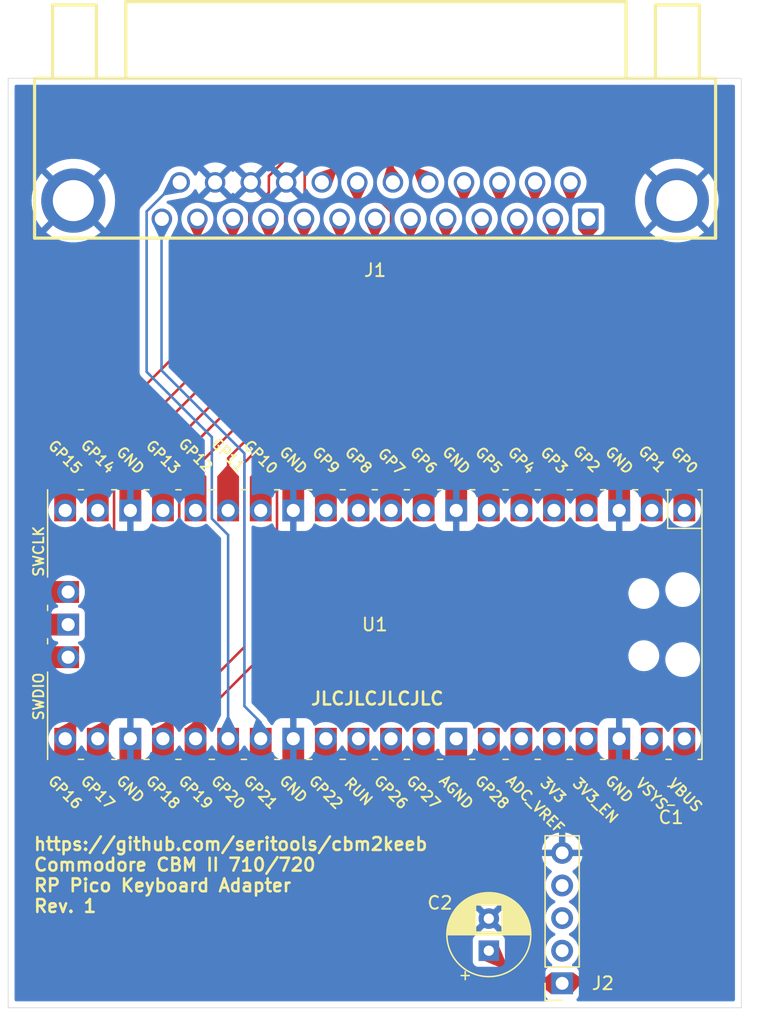
<source format=kicad_pcb>
(kicad_pcb (version 20240108) (generator "pcbnew") (generator_version "8.0")
  (layers (0 "F.Cu" signal) (31 "B.Cu" signal) (34 "B.Paste" user) (35 "F.Paste" user) (36 "B.SilkS" user "B.Silkscreen") (37 "F.SilkS" user "F.Silkscreen") (38 "B.Mask" user) (39 "F.Mask" user) (44 "Edge.Cuts" user))
  (net 0 "")
  (net 1 "/PC3")
  (net 3 "/PA7")
  (net 4 "/PA0")
  (net 5 "/PA5")
  (net 6 "/PA3")
  (net 7 "GND")
  (net 9 "/PC2")
  (net 11 "/PB1")
  (net 12 "/PA2")
  (net 14 "/PB2")
  (net 15 "/PC0")
  (net 18 "/PB3")
  (net 20 "/PB6")
  (net 21 "/PC1")
  (net 22 "/PA4")
  (net 23 "/PA6")
  (net 25 "/PC4")
  (net 26 "/PB5")
  (net 27 "/PB0")
  (net 28 "/PB7")
  (net 29 "/PC5")
  (net 33 "/PA1")
  (net 35 "/PB4")
  (net 37 "Net-(J2-Pin_1)")
  (footprint "Capacitor_SMD:C_0805_2012Metric_Pad1.18x1.45mm_HandSolder" (layer "F.Cu") (at 165.9675 115.57 180)
    (property "Reference" "C1" (at 0 -1.68 0) (layer "F.SilkS"))
    (property "Value" "100n")
    (fp_line (start -0.261252 0.735) (end 0.261252 0.735) (stroke (width 0.12)) (layer "F.SilkS"))
    (fp_line (start -0.261252 -0.735) (end 0.261252 -0.735) (stroke (width 0.12)) (layer "F.SilkS"))
    (pad "1" smd roundrect (at -1.0375 0 180) (size 1.175 1.45) (layers "F.Cu" "F.Paste" "F.Mask") (roundrect_rratio 0.212766) (net 37 "Net-(J2-Pin_1)"))
    (pad "2" smd roundrect (at 1.0375 0 180) (size 1.175 1.45) (layers "F.Cu" "F.Paste" "F.Mask") (roundrect_rratio 0.212766) (net 7 "GND"))
  )
  (footprint "RPi_Pico:RPi_Pico_SMD_TH" (layer "F.Cu") (at 142.875 102.235 -90)
    (property "Reference" "U1" (at 0 0 0) (layer "F.SilkS"))
    (property "Value" "Pico")
    (fp_line (start -3.7 25.5) (end -10.5 25.5) (stroke (width 0.12)) (layer "F.SilkS"))
    (fp_line (start -1.5 25.5) (end -1.1 25.5) (stroke (width 0.12)) (layer "F.SilkS"))
    (fp_line (start 1.1 25.5) (end 1.5 25.5) (stroke (width 0.12)) (layer "F.SilkS"))
    (fp_line (start 10.5 25.5) (end 3.7 25.5) (stroke (width 0.12)) (layer "F.SilkS"))
    (fp_line (start -10.5 22.7) (end -10.5 23.1) (stroke (width 0.12)) (layer "F.SilkS"))
    (fp_line (start 10.5 22.7) (end 10.5 23.1) (stroke (width 0.12)) (layer "F.SilkS"))
    (fp_line (start -10.5 20.1) (end -10.5 20.5) (stroke (width 0.12)) (layer "F.SilkS"))
    (fp_line (start 10.5 20.1) (end 10.5 20.5) (stroke (width 0.12)) (layer "F.SilkS"))
    (fp_line (start -10.5 17.6) (end -10.5 18) (stroke (width 0.12)) (layer "F.SilkS"))
    (fp_line (start 10.5 17.6) (end 10.5 18) (stroke (width 0.12)) (layer "F.SilkS"))
    (fp_line (start -10.5 15.1) (end -10.5 15.5) (stroke (width 0.12)) (layer "F.SilkS"))
    (fp_line (start 10.5 15.1) (end 10.5 15.5) (stroke (width 0.12)) (layer "F.SilkS"))
    (fp_line (start -10.5 12.5) (end -10.5 12.9) (stroke (width 0.12)) (layer "F.SilkS"))
    (fp_line (start 10.5 12.5) (end 10.5 12.9) (stroke (width 0.12)) (layer "F.SilkS"))
    (fp_line (start -10.5 10) (end -10.5 10.4) (stroke (width 0.12)) (layer "F.SilkS"))
    (fp_line (start 10.5 10) (end 10.5 10.4) (stroke (width 0.12)) (layer "F.SilkS"))
    (fp_line (start -10.5 7.4) (end -10.5 7.8) (stroke (width 0.12)) (layer "F.SilkS"))
    (fp_line (start 10.5 7.4) (end 10.5 7.8) (stroke (width 0.12)) (layer "F.SilkS"))
    (fp_line (start -10.5 4.9) (end -10.5 5.3) (stroke (width 0.12)) (layer "F.SilkS"))
    (fp_line (start 10.5 4.9) (end 10.5 5.3) (stroke (width 0.12)) (layer "F.SilkS"))
    (fp_line (start -10.5 2.3) (end -10.5 2.7) (stroke (width 0.12)) (layer "F.SilkS"))
    (fp_line (start 10.5 2.3) (end 10.5 2.7) (stroke (width 0.12)) (layer "F.SilkS"))
    (fp_line (start -10.5 -0.2) (end -10.5 0.2) (stroke (width 0.12)) (layer "F.SilkS"))
    (fp_line (start 10.5 -0.2) (end 10.5 0.2) (stroke (width 0.12)) (layer "F.SilkS"))
    (fp_line (start -10.5 -2.7) (end -10.5 -2.3) (stroke (width 0.12)) (layer "F.SilkS"))
    (fp_line (start 10.5 -2.7) (end 10.5 -2.3) (stroke (width 0.12)) (layer "F.SilkS"))
    (fp_line (start -10.5 -5.3) (end -10.5 -4.9) (stroke (width 0.12)) (layer "F.SilkS"))
    (fp_line (start 10.5 -5.3) (end 10.5 -4.9) (stroke (width 0.12)) (layer "F.SilkS"))
    (fp_line (start -10.5 -7.8) (end -10.5 -7.4) (stroke (width 0.12)) (layer "F.SilkS"))
    (fp_line (start 10.5 -7.8) (end 10.5 -7.4) (stroke (width 0.12)) (layer "F.SilkS"))
    (fp_line (start -10.5 -10.4) (end -10.5 -10) (stroke (width 0.12)) (layer "F.SilkS"))
    (fp_line (start 10.5 -10.4) (end 10.5 -10) (stroke (width 0.12)) (layer "F.SilkS"))
    (fp_line (start -10.5 -12.9) (end -10.5 -12.5) (stroke (width 0.12)) (layer "F.SilkS"))
    (fp_line (start 10.5 -12.9) (end 10.5 -12.5) (stroke (width 0.12)) (layer "F.SilkS"))
    (fp_line (start -10.5 -15.4) (end -10.5 -15) (stroke (width 0.12)) (layer "F.SilkS"))
    (fp_line (start 10.5 -15.4) (end 10.5 -15) (stroke (width 0.12)) (layer "F.SilkS"))
    (fp_line (start -10.5 -18) (end -10.5 -17.6) (stroke (width 0.12)) (layer "F.SilkS"))
    (fp_line (start 10.5 -18) (end 10.5 -17.6) (stroke (width 0.12)) (layer "F.SilkS"))
    (fp_line (start -10.5 -20.5) (end -10.5 -20.1) (stroke (width 0.12)) (layer "F.SilkS"))
    (fp_line (start 10.5 -20.5) (end 10.5 -20.1) (stroke (width 0.12)) (layer "F.SilkS"))
    (fp_line (start -10.5 -22.833) (end -7.493 -22.833) (stroke (width 0.12)) (layer "F.SilkS"))
    (fp_line (start -7.493 -22.833) (end -7.493 -25.5) (stroke (width 0.12)) (layer "F.SilkS"))
    (fp_line (start -10.5 -23.1) (end -10.5 -22.7) (stroke (width 0.12)) (layer "F.SilkS"))
    (fp_line (start 10.5 -23.1) (end 10.5 -22.7) (stroke (width 0.12)) (layer "F.SilkS"))
    (fp_line (start -10.5 -25.5) (end -10.5 -25.2) (stroke (width 0.12)) (layer "F.SilkS"))
    (fp_line (start -10.5 -25.5) (end 10.5 -25.5) (stroke (width 0.12)) (layer "F.SilkS"))
    (fp_line (start 10.5 -25.5) (end 10.5 -25.2) (stroke (width 0.12)) (layer "F.SilkS"))
    (fp_text user "ADC_VREF" (at 14 -12.5 135) (layer "F.SilkS") (effects (font (size 0.8 0.8))))
    (fp_text user "GND" (at -12.8 -19.05 135) (layer "F.SilkS") (effects (font (size 0.8 0.8))))
    (fp_text user "GP22" (at 13.054 3.81 135) (layer "F.SilkS") (effects (font (size 0.8 0.8))))
    (fp_text user "GP0" (at -12.8 -24.13 135) (layer "F.SilkS") (effects (font (size 0.8 0.8))))
    (fp_text user "3V3" (at 12.9 -13.9 135) (layer "F.SilkS") (effects (font (size 0.8 0.8))))
    (fp_text user "GP20" (at 13.054 11.43 135) (layer "F.SilkS") (effects (font (size 0.8 0.8))))
    (fp_text user "GP6" (at -12.8 -3.81 135) (layer "F.SilkS") (effects (font (size 0.8 0.8))))
    (fp_text user "GP4" (at -12.8 -11.43 135) (layer "F.SilkS") (effects (font (size 0.8 0.8))))
    (fp_text user "GP1" (at -12.9 -21.6 135) (layer "F.SilkS") (effects (font (size 0.8 0.8))))
    (fp_text user "AGND" (at 13.054 -6.35 135) (layer "F.SilkS") (effects (font (size 0.8 0.8))))
    (fp_text user "3V3_EN" (at 13.7 -17.2 135) (layer "F.SilkS") (effects (font (size 0.8 0.8))))
    (fp_text user "GND" (at 12.8 -19.05 135) (layer "F.SilkS") (effects (font (size 0.8 0.8))))
    (fp_text user "GP8" (at -12.8 1.27 135) (layer "F.SilkS") (effects (font (size 0.8 0.8))))
    (fp_text user "GP18" (at 13.054 16.51 135) (layer "F.SilkS") (effects (font (size 0.8 0.8))))
    (fp_text user "GP3" (at -12.8 -13.97 135) (layer "F.SilkS") (effects (font (size 0.8 0.8))))
    (fp_text user "GP28" (at 13.054 -9.144 135) (layer "F.SilkS") (effects (font (size 0.8 0.8))))
    (fp_text user "GP9" (at -12.8 3.81 135) (layer "F.SilkS") (effects (font (size 0.8 0.8))))
    (fp_text user "VBUS" (at 13.3 -24.2 135) (layer "F.SilkS") (effects (font (size 0.8 0.8))))
    (fp_text user "SWCLK" (at -5.7 26.2 90) (layer "F.SilkS") (effects (font (size 0.8 0.8))))
    (fp_text user "GP16" (at 13.054 24.13 135) (layer "F.SilkS") (effects (font (size 0.8 0.8))))
    (fp_text user "GP7" (at -12.7 -1.3 135) (layer "F.SilkS") (effects (font (size 0.8 0.8))))
    (fp_text user "GND" (at -12.8 6.35 135) (layer "F.SilkS") (effects (font (size 0.8 0.8))))
    (fp_text user "GP10" (at -13.054 8.89 135) (layer "F.SilkS") (effects (font (size 0.8 0.8))))
    (fp_text user "GND" (at -12.8 19.05 135) (layer "F.SilkS") (effects (font (size 0.8 0.8))))
    (fp_text user "GP21" (at 13.054 8.9 135) (layer "F.SilkS") (effects (font (size 0.8 0.8))))
    (fp_text user "GND" (at 12.8 19.05 135) (layer "F.SilkS") (effects (font (size 0.8 0.8))))
    (fp_text user "GP11" (at -13.2 11.43 135) (layer "F.SilkS") (effects (font (size 0.8 0.8))))
    (fp_text user "VSYS" (at 13.2 -21.59 135) (layer "F.SilkS") (effects (font (size 0.8 0.8))))
    (fp_text user "GP27" (at 13.054 -3.8 135) (layer "F.SilkS") (effects (font (size 0.8 0.8))))
    (fp_text user "SWDIO" (at 5.6 26.2 90) (layer "F.SilkS") (effects (font (size 0.8 0.8))))
    (fp_text user "GP12" (at -13.2 13.97 135) (layer "F.SilkS") (effects (font (size 0.8 0.8))))
    (fp_text user "GP26" (at 13.054 -1.27 135) (layer "F.SilkS") (effects (font (size 0.8 0.8))))
    (fp_text user "GP2" (at -12.9 -16.51 135) (layer "F.SilkS") (effects (font (size 0.8 0.8))))
    (fp_text user "GP13" (at -13.054 16.51 135) (layer "F.SilkS") (effects (font (size 0.8 0.8))))
    (fp_text user "GP17" (at 13.054 21.59 135) (layer "F.SilkS") (effects (font (size 0.8 0.8))))
    (fp_text user "GND" (at -12.8 -6.35 135) (layer "F.SilkS") (effects (font (size 0.8 0.8))))
    (fp_text user "RUN" (at 13 1.27 135) (layer "F.SilkS") (effects (font (size 0.8 0.8))))
    (fp_text user "GP15" (at -13.054 24.13 135) (layer "F.SilkS") (effects (font (size 0.8 0.8))))
    (fp_text user "GP5" (at -12.8 -8.89 135) (layer "F.SilkS") (effects (font (size 0.8 0.8))))
    (fp_text user "GP19" (at 13.054 13.97 135) (layer "F.SilkS") (effects (font (size 0.8 0.8))))
    (fp_text user "GND" (at 12.8 6.35 135) (layer "F.SilkS") (effects (font (size 0.8 0.8))))
    (fp_text user "GP14" (at -13.1 21.59 135) (layer "F.SilkS") (effects (font (size 0.8 0.8))))
    (pad "" np_thru_hole oval (at -2.725 -24 270) (size 1.8 1.8) (drill 1.8) (layers "*.Cu" "*.Mask"))
    (pad "" np_thru_hole oval (at -2.425 -20.97 270) (size 1.5 1.5) (drill 1.5) (layers "*.Cu" "*.Mask"))
    (pad "" np_thru_hole oval (at 2.425 -20.97 270) (size 1.5 1.5) (drill 1.5) (layers "*.Cu" "*.Mask"))
    (pad "" np_thru_hole oval (at 2.725 -24 270) (size 1.8 1.8) (drill 1.8) (layers "*.Cu" "*.Mask"))
    (pad "1" thru_hole oval (at -8.89 -24.13 270) (size 1.7 1.7) (drill 1.02) (layers "*.Cu" "*.Mask") (net 4 "/PA0"))
    (pad "1" smd rect (at -8.89 -24.13 270) (size 3.5 1.7) (drill (offset -0.9 0)) (layers "F.Cu" "F.Mask") (net 4 "/PA0"))
    (pad "2" thru_hole oval (at -8.89 -21.59 270) (size 1.7 1.7) (drill 1.02) (layers "*.Cu" "*.Mask") (net 33 "/PA1"))
    (pad "2" smd rect (at -8.89 -21.59 270) (size 3.5 1.7) (drill (offset -0.9 0)) (layers "F.Cu" "F.Mask") (net 33 "/PA1"))
    (pad "3" thru_hole rect (at -8.89 -19.05 270) (size 1.7 1.7) (drill 1.02) (layers "*.Cu" "*.Mask") (net 7 "GND"))
    (pad "3" smd rect (at -8.89 -19.05 270) (size 3.5 1.7) (drill (offset -0.9 0)) (layers "F.Cu" "F.Mask") (net 7 "GND"))
    (pad "4" thru_hole oval (at -8.89 -16.51 270) (size 1.7 1.7) (drill 1.02) (layers "*.Cu" "*.Mask") (net 12 "/PA2"))
    (pad "4" smd rect (at -8.89 -16.51 270) (size 3.5 1.7) (drill (offset -0.9 0)) (layers "F.Cu" "F.Mask") (net 12 "/PA2"))
    (pad "5" thru_hole oval (at -8.89 -13.97 270) (size 1.7 1.7) (drill 1.02) (layers "*.Cu" "*.Mask") (net 6 "/PA3"))
    (pad "5" smd rect (at -8.89 -13.97 270) (size 3.5 1.7) (drill (offset -0.9 0)) (layers "F.Cu" "F.Mask") (net 6 "/PA3"))
    (pad "6" thru_hole oval (at -8.89 -11.43 270) (size 1.7 1.7) (drill 1.02) (layers "*.Cu" "*.Mask") (net 22 "/PA4"))
    (pad "6" smd rect (at -8.89 -11.43 270) (size 3.5 1.7) (drill (offset -0.9 0)) (layers "F.Cu" "F.Mask") (net 22 "/PA4"))
    (pad "7" thru_hole oval (at -8.89 -8.89 270) (size 1.7 1.7) (drill 1.02) (layers "*.Cu" "*.Mask") (net 5 "/PA5"))
    (pad "7" smd rect (at -8.89 -8.89 270) (size 3.5 1.7) (drill (offset -0.9 0)) (layers "F.Cu" "F.Mask") (net 5 "/PA5"))
    (pad "8" thru_hole rect (at -8.89 -6.35 270) (size 1.7 1.7) (drill 1.02) (layers "*.Cu" "*.Mask") (net 7 "GND"))
    (pad "8" smd rect (at -8.89 -6.35 270) (size 3.5 1.7) (drill (offset -0.9 0)) (layers "F.Cu" "F.Mask") (net 7 "GND"))
    (pad "9" thru_hole oval (at -8.89 -3.81 270) (size 1.7 1.7) (drill 1.02) (layers "*.Cu" "*.Mask") (net 23 "/PA6"))
    (pad "9" smd rect (at -8.89 -3.81 270) (size 3.5 1.7) (drill (offset -0.9 0)) (layers "F.Cu" "F.Mask") (net 23 "/PA6"))
    (pad "10" thru_hole oval (at -8.89 -1.27 270) (size 1.7 1.7) (drill 1.02) (layers "*.Cu" "*.Mask") (net 3 "/PA7"))
    (pad "10" smd rect (at -8.89 -1.27 270) (size 3.5 1.7) (drill (offset -0.9 0)) (layers "F.Cu" "F.Mask") (net 3 "/PA7"))
    (pad "11" thru_hole oval (at -8.89 1.27 270) (size 1.7 1.7) (drill 1.02) (layers "*.Cu" "*.Mask") (net 27 "/PB0"))
    (pad "11" smd rect (at -8.89 1.27 270) (size 3.5 1.7) (drill (offset -0.9 0)) (layers "F.Cu" "F.Mask") (net 27 "/PB0"))
    (pad "12" thru_hole oval (at -8.89 3.81 270) (size 1.7 1.7) (drill 1.02) (layers "*.Cu" "*.Mask") (net 11 "/PB1"))
    (pad "12" smd rect (at -8.89 3.81 270) (size 3.5 1.7) (drill (offset -0.9 0)) (layers "F.Cu" "F.Mask") (net 11 "/PB1"))
    (pad "13" thru_hole rect (at -8.89 6.35 270) (size 1.7 1.7) (drill 1.02) (layers "*.Cu" "*.Mask") (net 7 "GND"))
    (pad "13" smd rect (at -8.89 6.35 270) (size 3.5 1.7) (drill (offset -0.9 0)) (layers "F.Cu" "F.Mask") (net 7 "GND"))
    (pad "14" thru_hole oval (at -8.89 8.89 270) (size 1.7 1.7) (drill 1.02) (layers "*.Cu" "*.Mask") (net 14 "/PB2"))
    (pad "14" smd rect (at -8.89 8.89 270) (size 3.5 1.7) (drill (offset -0.9 0)) (layers "F.Cu" "F.Mask") (net 14 "/PB2"))
    (pad "15" thru_hole oval (at -8.89 11.43 270) (size 1.7 1.7) (drill 1.02) (layers "*.Cu" "*.Mask") (net 18 "/PB3"))
    (pad "15" smd rect (at -8.89 11.43 270) (size 3.5 1.7) (drill (offset -0.9 0)) (layers "F.Cu" "F.Mask") (net 18 "/PB3"))
    (pad "16" thru_hole oval (at -8.89 13.97 270) (size 1.7 1.7) (drill 1.02) (layers "*.Cu" "*.Mask") (net 35 "/PB4"))
    (pad "16" smd rect (at -8.89 13.97 270) (size 3.5 1.7) (drill (offset -0.9 0)) (layers "F.Cu" "F.Mask") (net 35 "/PB4"))
    (pad "17" thru_hole oval (at -8.89 16.51 270) (size 1.7 1.7) (drill 1.02) (layers "*.Cu" "*.Mask") (net 26 "/PB5"))
    (pad "17" smd rect (at -8.89 16.51 270) (size 3.5 1.7) (drill (offset -0.9 0)) (layers "F.Cu" "F.Mask") (net 26 "/PB5"))
    (pad "18" thru_hole rect (at -8.89 19.05 270) (size 1.7 1.7) (drill 1.02) (layers "*.Cu" "*.Mask") (net 7 "GND"))
    (pad "18" smd rect (at -8.89 19.05 270) (size 3.5 1.7) (drill (offset -0.9 0)) (layers "F.Cu" "F.Mask") (net 7 "GND"))
    (pad "19" thru_hole oval (at -8.89 21.59 270) (size 1.7 1.7) (drill 1.02) (layers "*.Cu" "*.Mask") (net 20 "/PB6"))
    (pad "19" smd rect (at -8.89 21.59 270) (size 3.5 1.7) (drill (offset -0.9 0)) (layers "F.Cu" "F.Mask") (net 20 "/PB6"))
    (pad "20" thru_hole oval (at -8.89 24.13 270) (size 1.7 1.7) (drill 1.02) (layers "*.Cu" "*.Mask") (net 28 "/PB7"))
    (pad "20" smd rect (at -8.89 24.13 270) (size 3.5 1.7) (drill (offset -0.9 0)) (layers "F.Cu" "F.Mask") (net 28 "/PB7"))
    (pad "21" thru_hole oval (at 8.89 24.13 270) (size 1.7 1.7) (drill 1.02) (layers "*.Cu" "*.Mask") (net 15 "/PC0"))
    (pad "21" smd rect (at 8.89 24.13 270) (size 3.5 1.7) (drill (offset 0.9 0)) (layers "F.Cu" "F.Mask") (net 15 "/PC0"))
    (pad "22" thru_hole oval (at 8.89 21.59 270) (size 1.7 1.7) (drill 1.02) (layers "*.Cu" "*.Mask") (net 21 "/PC1"))
    (pad "22" smd rect (at 8.89 21.59 270) (size 3.5 1.7) (drill (offset 0.9 0)) (layers "F.Cu" "F.Mask") (net 21 "/PC1"))
    (pad "23" thru_hole rect (at 8.89 19.05 270) (size 1.7 1.7) (drill 1.02) (layers "*.Cu" "*.Mask") (net 7 "GND"))
    (pad "23" smd rect (at 8.89 19.05 270) (size 3.5 1.7) (drill (offset 0.9 0)) (layers "F.Cu" "F.Mask") (net 7 "GND"))
    (pad "24" thru_hole oval (at 8.89 16.51 270) (size 1.7 1.7) (drill 1.02) (layers "*.Cu" "*.Mask") (net 9 "/PC2"))
    (pad "24" smd rect (at 8.89 16.51 270) (size 3.5 1.7) (drill (offset 0.9 0)) (layers "F.Cu" "F.Mask") (net 9 "/PC2"))
    (pad "25" thru_hole oval (at 8.89 13.97 270) (size 1.7 1.7) (drill 1.02) (layers "*.Cu" "*.Mask") (net 1 "/PC3"))
    (pad "25" smd rect (at 8.89 13.97 270) (size 3.5 1.7) (drill (offset 0.9 0)) (layers "F.Cu" "F.Mask") (net 1 "/PC3"))
    (pad "26" thru_hole oval (at 8.89 11.43 270) (size 1.7 1.7) (drill 1.02) (layers "*.Cu" "*.Mask") (net 25 "/PC4"))
    (pad "26" smd rect (at 8.89 11.43 270) (size 3.5 1.7) (drill (offset 0.9 0)) (layers "F.Cu" "F.Mask") (net 25 "/PC4"))
    (pad "27" thru_hole oval (at 8.89 8.89 270) (size 1.7 1.7) (drill 1.02) (layers "*.Cu" "*.Mask") (net 29 "/PC5"))
    (pad "27" smd rect (at 8.89 8.89 270) (size 3.5 1.7) (drill (offset 0.9 0)) (layers "F.Cu" "F.Mask") (net 29 "/PC5"))
    (pad "28" thru_hole rect (at 8.89 6.35 270) (size 1.7 1.7) (drill 1.02) (layers "*.Cu" "*.Mask") (net 7 "GND"))
    (pad "28" smd rect (at 8.89 6.35 270) (size 3.5 1.7) (drill (offset 0.9 0)) (layers "F.Cu" "F.Mask") (net 7 "GND"))
    (pad "29" thru_hole oval (at 8.89 3.81 270) (size 1.7 1.7) (drill 1.02) (layers "*.Cu" "*.Mask"))
    (pad "29" smd rect (at 8.89 3.81 270) (size 3.5 1.7) (drill (offset 0.9 0)) (layers "F.Cu" "F.Mask"))
    (pad "30" thru_hole oval (at 8.89 1.27 270) (size 1.7 1.7) (drill 1.02) (layers "*.Cu" "*.Mask"))
    (pad "30" smd rect (at 8.89 1.27 270) (size 3.5 1.7) (drill (offset 0.9 0)) (layers "F.Cu" "F.Mask"))
    (pad "31" thru_hole oval (at 8.89 -1.27 270) (size 1.7 1.7) (drill 1.02) (layers "*.Cu" "*.Mask"))
    (pad "31" smd rect (at 8.89 -1.27 270) (size 3.5 1.7) (drill (offset 0.9 0)) (layers "F.Cu" "F.Mask"))
    (pad "32" thru_hole oval (at 8.89 -3.81 270) (size 1.7 1.7) (drill 1.02) (layers "*.Cu" "*.Mask"))
    (pad "32" smd rect (at 8.89 -3.81 270) (size 3.5 1.7) (drill (offset 0.9 0)) (layers "F.Cu" "F.Mask"))
    (pad "33" thru_hole rect (at 8.89 -6.35 270) (size 1.7 1.7) (drill 1.02) (layers "*.Cu" "*.Mask"))
    (pad "33" smd rect (at 8.89 -6.35 270) (size 3.5 1.7) (drill (offset 0.9 0)) (layers "F.Cu" "F.Mask"))
    (pad "34" thru_hole oval (at 8.89 -8.89 270) (size 1.7 1.7) (drill 1.02) (layers "*.Cu" "*.Mask"))
    (pad "34" smd rect (at 8.89 -8.89 270) (size 3.5 1.7) (drill (offset 0.9 0)) (layers "F.Cu" "F.Mask"))
    (pad "35" thru_hole oval (at 8.89 -11.43 270) (size 1.7 1.7) (drill 1.02) (layers "*.Cu" "*.Mask"))
    (pad "35" smd rect (at 8.89 -11.43 270) (size 3.5 1.7) (drill (offset 0.9 0)) (layers "F.Cu" "F.Mask"))
    (pad "36" thru_hole oval (at 8.89 -13.97 270) (size 1.7 1.7) (drill 1.02) (layers "*.Cu" "*.Mask"))
    (pad "36" smd rect (at 8.89 -13.97 270) (size 3.5 1.7) (drill (offset 0.9 0)) (layers "F.Cu" "F.Mask"))
    (pad "37" thru_hole oval (at 8.89 -16.51 270) (size 1.7 1.7) (drill 1.02) (layers "*.Cu" "*.Mask"))
    (pad "37" smd rect (at 8.89 -16.51 270) (size 3.5 1.7) (drill (offset 0.9 0)) (layers "F.Cu" "F.Mask"))
    (pad "38" thru_hole rect (at 8.89 -19.05 270) (size 1.7 1.7) (drill 1.02) (layers "*.Cu" "*.Mask") (net 7 "GND"))
    (pad "38" smd rect (at 8.89 -19.05 270) (size 3.5 1.7) (drill (offset 0.9 0)) (layers "F.Cu" "F.Mask") (net 7 "GND"))
    (pad "39" thru_hole oval (at 8.89 -21.59 270) (size 1.7 1.7) (drill 1.02) (layers "*.Cu" "*.Mask"))
    (pad "39" smd rect (at 8.89 -21.59 270) (size 3.5 1.7) (drill (offset 0.9 0)) (layers "F.Cu" "F.Mask"))
    (pad "40" thru_hole oval (at 8.89 -24.13 270) (size 1.7 1.7) (drill 1.02) (layers "*.Cu" "*.Mask") (net 37 "Net-(J2-Pin_1)"))
    (pad "40" smd rect (at 8.89 -24.13 270) (size 3.5 1.7) (drill (offset 0.9 0)) (layers "F.Cu" "F.Mask") (net 37 "Net-(J2-Pin_1)"))
    (pad "41" thru_hole oval (at -2.54 23.9 270) (size 1.7 1.7) (drill 1.02) (layers "*.Cu" "*.Mask"))
    (pad "41" smd rect (at -2.54 23.9) (size 3.5 1.7) (drill (offset -0.9 0)) (layers "F.Cu" "F.Mask"))
    (pad "42" thru_hole rect (at 0 23.9 270) (size 1.7 1.7) (drill 1.02) (layers "*.Cu" "*.Mask"))
    (pad "42" smd rect (at 0 23.9) (size 3.5 1.7) (drill (offset -0.9 0)) (layers "F.Cu" "F.Mask"))
    (pad "43" thru_hole oval (at 2.54 23.9 270) (size 1.7 1.7) (drill 1.02) (layers "*.Cu" "*.Mask"))
    (pad "43" smd rect (at 2.54 23.9) (size 3.5 1.7) (drill (offset -0.9 0)) (layers "F.Cu" "F.Mask"))
  )
  (footprint "easyeda2kicad:DB25-TH_D-SUB-DR-25PCG-BB" (layer "F.Cu") (at 142.9 69.215 180)
    (property "Reference" "J1" (at 0 -5.42 0) (layer "F.SilkS"))
    (property "Value" "DB25_Plug_MountingHoles")
    (fp_line (start 26.54 9.53) (end -26.54 9.53) (stroke (width 0.25)) (layer "F.SilkS"))
    (fp_line (start 26.54 -2.92) (end 26.54 9.53) (stroke (width 0.25)) (layer "F.SilkS"))
    (fp_line (start 25.14 15.24) (end 21.72 15.24) (stroke (width 0.25)) (layer "F.SilkS"))
    (fp_line (start 25.14 9.53) (end 25.14 15.24) (stroke (width 0.25)) (layer "F.SilkS"))
    (fp_line (start 21.72 15.24) (end 21.72 9.53) (stroke (width 0.25)) (layer "F.SilkS"))
    (fp_line (start 19.43 15.5) (end 19.43 9.65) (stroke (width 0.25)) (layer "F.SilkS"))
    (fp_line (start -19.56 15.5) (end 19.43 15.5) (stroke (width 0.25)) (layer "F.SilkS"))
    (fp_line (start -19.56 9.53) (end -19.56 15.5) (stroke (width 0.25)) (layer "F.SilkS"))
    (fp_line (start -21.85 15.24) (end -21.85 9.53) (stroke (width 0.25)) (layer "F.SilkS"))
    (fp_line (start -25.27 15.24) (end -21.85 15.24) (stroke (width 0.25)) (layer "F.SilkS"))
    (fp_line (start -25.27 9.53) (end -25.27 15.24) (stroke (width 0.25)) (layer "F.SilkS"))
    (fp_line (start -26.54 9.53) (end -26.54 -2.92) (stroke (width 0.25)) (layer "F.SilkS"))
    (fp_line (start -26.54 0) (end -26.54 -2.92) (stroke (width 0.25)) (layer "F.SilkS"))
    (fp_line (start -26.54 -2.92) (end 26.54 -2.92) (stroke (width 0.25)) (layer "F.SilkS"))
    (pad "1" thru_hole rect (at -16.62 -1.42 180) (size 1.6 1.6) (drill 1.100023) (layers "*.Cu" "*.Mask") (net 4 "/PA0"))
    (pad "2" thru_hole circle (at -13.85 -1.42 180) (size 1.6 1.6) (drill 1.100023) (layers "*.Cu" "*.Mask") (net 12 "/PA2"))
    (pad "3" thru_hole circle (at -11.08 -1.42 180) (size 1.6 1.6) (drill 1.100023) (layers "*.Cu" "*.Mask") (net 22 "/PA4"))
    (pad "4" thru_hole circle (at -8.31 -1.42 180) (size 1.6 1.6) (drill 1.100023) (layers "*.Cu" "*.Mask") (net 23 "/PA6"))
    (pad "5" thru_hole circle (at -5.54 -1.42 180) (size 1.6 1.6) (drill 1.100023) (layers "*.Cu" "*.Mask") (net 27 "/PB0"))
    (pad "6" thru_hole circle (at -2.77 -1.42 180) (size 1.6 1.6) (drill 1.100023) (layers "*.Cu" "*.Mask") (net 11 "/PB1"))
    (pad "7" thru_hole circle (at 0 -1.42 180) (size 1.6 1.6) (drill 1.100023) (layers "*.Cu" "*.Mask") (net 14 "/PB2"))
    (pad "8" thru_hole circle (at 2.77 -1.42 180) (size 1.6 1.6) (drill 1.100023) (layers "*.Cu" "*.Mask") (net 18 "/PB3"))
    (pad "9" thru_hole circle (at 5.54 -1.42 180) (size 1.6 1.6) (drill 1.100023) (layers "*.Cu" "*.Mask") (net 35 "/PB4"))
    (pad "10" thru_hole circle (at 8.31 -1.42 180) (size 1.6 1.6) (drill 1.100023) (layers "*.Cu" "*.Mask") (net 26 "/PB5"))
    (pad "11" thru_hole circle (at 11.08 -1.42 180) (size 1.6 1.6) (drill 1.100023) (layers "*.Cu" "*.Mask") (net 20 "/PB6"))
    (pad "12" thru_hole circle (at 13.85 -1.42 180) (size 1.6 1.6) (drill 1.100023) (layers "*.Cu" "*.Mask") (net 28 "/PB7"))
    (pad "13" thru_hole circle (at 16.62 -1.42 180) (size 1.6 1.6) (drill 1.100023) (layers "*.Cu" "*.Mask") (net 29 "/PC5"))
    (pad "14" thru_hole circle (at -15.23 1.42 180) (size 1.6 1.6) (drill 1.100023) (layers "*.Cu" "*.Mask") (net 33 "/PA1"))
    (pad "15" thru_hole circle (at -12.47 1.42 180) (size 1.6 1.6) (drill 1.100023) (layers "*.Cu" "*.Mask") (net 6 "/PA3"))
    (pad "16" thru_hole circle (at -9.69 1.42 180) (size 1.6 1.6) (drill 1.100023) (layers "*.Cu" "*.Mask") (net 5 "/PA5"))
    (pad "17" thru_hole circle (at -6.93 1.42 180) (size 1.6 1.6) (drill 1.100023) (layers "*.Cu" "*.Mask") (net 3 "/PA7"))
    (pad "18" thru_hole circle (at -4.15 1.42 180) (size 1.6 1.6) (drill 1.100023) (layers "*.Cu" "*.Mask") (net 15 "/PC0"))
    (pad "19" thru_hole circle (at -1.39 1.42 180) (size 1.6 1.6) (drill 1.100023) (layers "*.Cu" "*.Mask") (net 21 "/PC1"))
    (pad "20" thru_hole circle (at 1.39 1.42 180) (size 1.6 1.6) (drill 1.100023) (layers "*.Cu" "*.Mask") (net 9 "/PC2"))
    (pad "21" thru_hole circle (at 4.15 1.42 180) (size 1.6 1.6) (drill 1.100023) (layers "*.Cu" "*.Mask") (net 1 "/PC3"))
    (pad "22" thru_hole circle (at 6.93 1.42 180) (size 1.6 1.6) (drill 1.100023) (layers "*.Cu" "*.Mask") (net 7 "GND"))
    (pad "23" thru_hole circle (at 9.69 1.42 180) (size 1.6 1.6) (drill 1.100023) (layers "*.Cu" "*.Mask") (net 7 "GND"))
    (pad "24" thru_hole circle (at 12.47 1.42 180) (size 1.6 1.6) (drill 1.100023) (layers "*.Cu" "*.Mask") (net 7 "GND"))
    (pad "25" thru_hole circle (at 15.23 1.42 180) (size 1.6 1.6) (drill 1.100023) (layers "*.Cu" "*.Mask") (net 25 "/PC4"))
    (pad "26" thru_hole circle (at 23.52 0 180) (size 5 5) (drill 3.199994) (layers "*.Cu" "*.Mask") (net 7 "GND"))
    (pad "27" thru_hole circle (at -23.52 0 180) (size 5 5) (drill 3.199994) (layers "*.Cu" "*.Mask") (net 7 "GND"))
  )
  (footprint "Connector_PinSocket_2.54mm:PinSocket_1x05_P2.54mm_Vertical" (layer "F.Cu") (at 157.48 130.175 180)
    (property "Reference" "J2" (at -3.175 0 0) (layer "F.SilkS"))
    (property "Value" "Conn_01x05_Socket")
    (fp_line (start 1.33 1.27) (end 1.33 11.49) (stroke (width 0.12)) (layer "F.SilkS"))
    (fp_line (start 1.33 -1.33) (end 1.33 0) (stroke (width 0.12)) (layer "F.SilkS"))
    (fp_line (start 0 -1.33) (end 1.33 -1.33) (stroke (width 0.12)) (layer "F.SilkS"))
    (fp_line (start -1.33 11.49) (end 1.33 11.49) (stroke (width 0.12)) (layer "F.SilkS"))
    (fp_line (start -1.33 1.27) (end 1.33 1.27) (stroke (width 0.12)) (layer "F.SilkS"))
    (fp_line (start -1.33 1.27) (end -1.33 11.49) (stroke (width 0.12)) (layer "F.SilkS"))
    (pad "1" thru_hole rect (at 0 0 180) (size 1.7 1.7) (drill 1) (layers "*.Cu" "*.Mask") (net 37 "Net-(J2-Pin_1)"))
    (pad "2" thru_hole oval (at 0 2.54 180) (size 1.7 1.7) (drill 1) (layers "*.Cu" "*.Mask"))
    (pad "3" thru_hole oval (at 0 5.08 180) (size 1.7 1.7) (drill 1) (layers "*.Cu" "*.Mask"))
    (pad "4" thru_hole oval (at 0 7.62 180) (size 1.7 1.7) (drill 1) (layers "*.Cu" "*.Mask"))
    (pad "5" thru_hole oval (at 0 10.16 180) (size 1.7 1.7) (drill 1) (layers "*.Cu" "*.Mask") (net 7 "GND"))
  )
  (footprint "Capacitor_THT:CP_Radial_D6.3mm_P2.50mm" (layer "F.Cu") (at 151.765 127.635 90)
    (property "Reference" "C2" (at 3.722379 -3.81 180) (layer "F.SilkS"))
    (property "Value" "100µ 10V")
    (fp_line (start 1.33 -3.23) (end 1.33 3.23) (stroke (width 0.12)) (layer "F.SilkS"))
    (fp_line (start 1.29 -3.23) (end 1.29 3.23) (stroke (width 0.12)) (layer "F.SilkS"))
    (fp_line (start 1.25 -3.23) (end 1.25 3.23) (stroke (width 0.12)) (layer "F.SilkS"))
    (fp_line (start 1.37 -3.228) (end 1.37 3.228) (stroke (width 0.12)) (layer "F.SilkS"))
    (fp_line (start 1.41 -3.227) (end 1.41 3.227) (stroke (width 0.12)) (layer "F.SilkS"))
    (fp_line (start 1.45 -3.224) (end 1.45 3.224) (stroke (width 0.12)) (layer "F.SilkS"))
    (fp_line (start 1.49 -3.222) (end 1.49 -1.04) (stroke (width 0.12)) (layer "F.SilkS"))
    (fp_line (start 1.53 -3.218) (end 1.53 -1.04) (stroke (width 0.12)) (layer "F.SilkS"))
    (fp_line (start 1.57 -3.215) (end 1.57 -1.04) (stroke (width 0.12)) (layer "F.SilkS"))
    (fp_line (start 1.61 -3.211) (end 1.61 -1.04) (stroke (width 0.12)) (layer "F.SilkS"))
    (fp_line (start 1.65 -3.206) (end 1.65 -1.04) (stroke (width 0.12)) (layer "F.SilkS"))
    (fp_line (start 1.69 -3.201) (end 1.69 -1.04) (stroke (width 0.12)) (layer "F.SilkS"))
    (fp_line (start 1.73 -3.195) (end 1.73 -1.04) (stroke (width 0.12)) (layer "F.SilkS"))
    (fp_line (start 1.77 -3.189) (end 1.77 -1.04) (stroke (width 0.12)) (layer "F.SilkS"))
    (fp_line (start 1.81 -3.182) (end 1.81 -1.04) (stroke (width 0.12)) (layer "F.SilkS"))
    (fp_line (start 1.85 -3.175) (end 1.85 -1.04) (stroke (width 0.12)) (layer "F.SilkS"))
    (fp_line (start 1.89 -3.167) (end 1.89 -1.04) (stroke (width 0.12)) (layer "F.SilkS"))
    (fp_line (start 1.93 -3.159) (end 1.93 -1.04) (stroke (width 0.12)) (layer "F.SilkS"))
    (fp_line (start 1.971 -3.15) (end 1.971 -1.04) (stroke (width 0.12)) (layer "F.SilkS"))
    (fp_line (start 2.011 -3.141) (end 2.011 -1.04) (stroke (width 0.12)) (layer "F.SilkS"))
    (fp_line (start 2.051 -3.131) (end 2.051 -1.04) (stroke (width 0.12)) (layer "F.SilkS"))
    (fp_line (start 2.091 -3.121) (end 2.091 -1.04) (stroke (width 0.12)) (layer "F.SilkS"))
    (fp_line (start 2.131 -3.11) (end 2.131 -1.04) (stroke (width 0.12)) (layer "F.SilkS"))
    (fp_line (start 2.171 -3.098) (end 2.171 -1.04) (stroke (width 0.12)) (layer "F.SilkS"))
    (fp_line (start 2.211 -3.086) (end 2.211 -1.04) (stroke (width 0.12)) (layer "F.SilkS"))
    (fp_line (start 2.251 -3.074) (end 2.251 -1.04) (stroke (width 0.12)) (layer "F.SilkS"))
    (fp_line (start 2.291 -3.061) (end 2.291 -1.04) (stroke (width 0.12)) (layer "F.SilkS"))
    (fp_line (start 2.331 -3.047) (end 2.331 -1.04) (stroke (width 0.12)) (layer "F.SilkS"))
    (fp_line (start 2.371 -3.033) (end 2.371 -1.04) (stroke (width 0.12)) (layer "F.SilkS"))
    (fp_line (start 2.411 -3.018) (end 2.411 -1.04) (stroke (width 0.12)) (layer "F.SilkS"))
    (fp_line (start 2.451 -3.002) (end 2.451 -1.04) (stroke (width 0.12)) (layer "F.SilkS"))
    (fp_line (start 2.491 -2.986) (end 2.491 -1.04) (stroke (width 0.12)) (layer "F.SilkS"))
    (fp_line (start 2.531 -2.97) (end 2.531 -1.04) (stroke (width 0.12)) (layer "F.SilkS"))
    (fp_line (start 2.571 -2.952) (end 2.571 -1.04) (stroke (width 0.12)) (layer "F.SilkS"))
    (fp_line (start 2.611 -2.934) (end 2.611 -1.04) (stroke (width 0.12)) (layer "F.SilkS"))
    (fp_line (start 2.651 -2.916) (end 2.651 -1.04) (stroke (width 0.12)) (layer "F.SilkS"))
    (fp_line (start 2.691 -2.896) (end 2.691 -1.04) (stroke (width 0.12)) (layer "F.SilkS"))
    (fp_line (start 2.731 -2.876) (end 2.731 -1.04) (stroke (width 0.12)) (layer "F.SilkS"))
    (fp_line (start 2.771 -2.856) (end 2.771 -1.04) (stroke (width 0.12)) (layer "F.SilkS"))
    (fp_line (start 2.811 -2.834) (end 2.811 -1.04) (stroke (width 0.12)) (layer "F.SilkS"))
    (fp_line (start 2.851 -2.812) (end 2.851 -1.04) (stroke (width 0.12)) (layer "F.SilkS"))
    (fp_line (start 2.891 -2.79) (end 2.891 -1.04) (stroke (width 0.12)) (layer "F.SilkS"))
    (fp_line (start 2.931 -2.766) (end 2.931 -1.04) (stroke (width 0.12)) (layer "F.SilkS"))
    (fp_line (start 2.971 -2.742) (end 2.971 -1.04) (stroke (width 0.12)) (layer "F.SilkS"))
    (fp_line (start 3.011 -2.716) (end 3.011 -1.04) (stroke (width 0.12)) (layer "F.SilkS"))
    (fp_line (start 3.051 -2.69) (end 3.051 -1.04) (stroke (width 0.12)) (layer "F.SilkS"))
    (fp_line (start 3.091 -2.664) (end 3.091 -1.04) (stroke (width 0.12)) (layer "F.SilkS"))
    (fp_line (start 3.131 -2.636) (end 3.131 -1.04) (stroke (width 0.12)) (layer "F.SilkS"))
    (fp_line (start 3.171 -2.607) (end 3.171 -1.04) (stroke (width 0.12)) (layer "F.SilkS"))
    (fp_line (start 3.211 -2.578) (end 3.211 -1.04) (stroke (width 0.12)) (layer "F.SilkS"))
    (fp_line (start 3.251 -2.548) (end 3.251 -1.04) (stroke (width 0.12)) (layer "F.SilkS"))
    (fp_line (start 3.291 -2.516) (end 3.291 -1.04) (stroke (width 0.12)) (layer "F.SilkS"))
    (fp_line (start 3.331 -2.484) (end 3.331 -1.04) (stroke (width 0.12)) (layer "F.SilkS"))
    (fp_line (start 3.371 -2.45) (end 3.371 -1.04) (stroke (width 0.12)) (layer "F.SilkS"))
    (fp_line (start 3.411 -2.416) (end 3.411 -1.04) (stroke (width 0.12)) (layer "F.SilkS"))
    (fp_line (start 3.451 -2.38) (end 3.451 -1.04) (stroke (width 0.12)) (layer "F.SilkS"))
    (fp_line (start 3.491 -2.343) (end 3.491 -1.04) (stroke (width 0.12)) (layer "F.SilkS"))
    (fp_line (start 3.531 -2.305) (end 3.531 -1.04) (stroke (width 0.12)) (layer "F.SilkS"))
    (fp_line (start 3.571 -2.265) (end 3.571 2.265) (stroke (width 0.12)) (layer "F.SilkS"))
    (fp_line (start 3.611 -2.224) (end 3.611 2.224) (stroke (width 0.12)) (layer "F.SilkS"))
    (fp_line (start 3.651 -2.182) (end 3.651 2.182) (stroke (width 0.12)) (layer "F.SilkS"))
    (fp_line (start -1.935241 -2.154) (end -1.935241 -1.524) (stroke (width 0.12)) (layer "F.SilkS"))
    (fp_line (start 3.691 -2.137) (end 3.691 2.137) (stroke (width 0.12)) (layer "F.SilkS"))
    (fp_line (start 3.731 -2.092) (end 3.731 2.092) (stroke (width 0.12)) (layer "F.SilkS"))
    (fp_line (start 3.771 -2.044) (end 3.771 2.044) (stroke (width 0.12)) (layer "F.SilkS"))
    (fp_line (start 3.811 -1.995) (end 3.811 1.995) (stroke (width 0.12)) (layer "F.SilkS"))
    (fp_line (start 3.851 -1.944) (end 3.851 1.944) (stroke (width 0.12)) (layer "F.SilkS"))
    (fp_line (start 3.891 -1.89) (end 3.891 1.89) (stroke (width 0.12)) (layer "F.SilkS"))
    (fp_line (start -2.250241 -1.839) (end -1.620241 -1.839) (stroke (width 0.12)) (layer "F.SilkS"))
    (fp_line (start 3.931 -1.834) (end 3.931 1.834) (stroke (width 0.12)) (layer "F.SilkS"))
    (fp_line (start 3.971 -1.776) (end 3.971 1.776) (stroke (width 0.12)) (layer "F.SilkS"))
    (fp_line (start 4.011 -1.714) (end 4.011 1.714) (stroke (width 0.12)) (layer "F.SilkS"))
    (fp_line (start 4.051 -1.65) (end 4.051 1.65) (stroke (width 0.12)) (layer "F.SilkS"))
    (fp_line (start 4.091 -1.581) (end 4.091 1.581) (stroke (width 0.12)) (layer "F.SilkS"))
    (fp_line (start 4.131 -1.509) (end 4.131 1.509) (stroke (width 0.12)) (layer "F.SilkS"))
    (fp_line (start 4.171 -1.432) (end 4.171 1.432) (stroke (width 0.12)) (layer "F.SilkS"))
    (fp_line (start 4.211 -1.35) (end 4.211 1.35) (stroke (width 0.12)) (layer "F.SilkS"))
    (fp_line (start 4.251 -1.262) (end 4.251 1.262) (stroke (width 0.12)) (layer "F.SilkS"))
    (fp_line (start 4.291 -1.165) (end 4.291 1.165) (stroke (width 0.12)) (layer "F.SilkS"))
    (fp_line (start 4.331 -1.059) (end 4.331 1.059) (stroke (width 0.12)) (layer "F.SilkS"))
    (fp_line (start 4.371 -0.94) (end 4.371 0.94) (stroke (width 0.12)) (layer "F.SilkS"))
    (fp_line (start 4.411 -0.802) (end 4.411 0.802) (stroke (width 0.12)) (layer "F.SilkS"))
    (fp_line (start 4.451 -0.633) (end 4.451 0.633) (stroke (width 0.12)) (layer "F.SilkS"))
    (fp_line (start 4.491 -0.402) (end 4.491 0.402) (stroke (width 0.12)) (layer "F.SilkS"))
    (fp_line (start 3.531 1.04) (end 3.531 2.305) (stroke (width 0.12)) (layer "F.SilkS"))
    (fp_line (start 3.491 1.04) (end 3.491 2.343) (stroke (width 0.12)) (layer "F.SilkS"))
    (fp_line (start 3.451 1.04) (end 3.451 2.38) (stroke (width 0.12)) (layer "F.SilkS"))
    (fp_line (start 3.411 1.04) (end 3.411 2.416) (stroke (width 0.12)) (layer "F.SilkS"))
    (fp_line (start 3.371 1.04) (end 3.371 2.45) (stroke (width 0.12)) (layer "F.SilkS"))
    (fp_line (start 3.331 1.04) (end 3.331 2.484) (stroke (width 0.12)) (layer "F.SilkS"))
    (fp_line (start 3.291 1.04) (end 3.291 2.516) (stroke (width 0.12)) (layer "F.SilkS"))
    (fp_line (start 3.251 1.04) (end 3.251 2.548) (stroke (width 0.12)) (layer "F.SilkS"))
    (fp_line (start 3.211 1.04) (end 3.211 2.578) (stroke (width 0.12)) (layer "F.SilkS"))
    (fp_line (start 3.171 1.04) (end 3.171 2.607) (stroke (width 0.12)) (layer "F.SilkS"))
    (fp_line (start 3.131 1.04) (end 3.131 2.636) (stroke (width 0.12)) (layer "F.SilkS"))
    (fp_line (start 3.091 1.04) (end 3.091 2.664) (stroke (width 0.12)) (layer "F.SilkS"))
    (fp_line (start 3.051 1.04) (end 3.051 2.69) (stroke (width 0.12)) (layer "F.SilkS"))
    (fp_line (start 3.011 1.04) (end 3.011 2.716) (stroke (width 0.12)) (layer "F.SilkS"))
    (fp_line (start 2.971 1.04) (end 2.971 2.742) (stroke (width 0.12)) (layer "F.SilkS"))
    (fp_line (start 2.931 1.04) (end 2.931 2.766) (stroke (width 0.12)) (layer "F.SilkS"))
    (fp_line (start 2.891 1.04) (end 2.891 2.79) (stroke (width 0.12)) (layer "F.SilkS"))
    (fp_line (start 2.851 1.04) (end 2.851 2.812) (stroke (width 0.12)) (layer "F.SilkS"))
    (fp_line (start 2.811 1.04) (end 2.811 2.834) (stroke (width 0.12)) (layer "F.SilkS"))
    (fp_line (start 2.771 1.04) (end 2.771 2.856) (stroke (width 0.12)) (layer "F.SilkS"))
    (fp_line (start 2.731 1.04) (end 2.731 2.876) (stroke (width 0.12)) (layer "F.SilkS"))
    (fp_line (start 2.691 1.04) (end 2.691 2.896) (stroke (width 0.12)) (layer "F.SilkS"))
    (fp_line (start 2.651 1.04) (end 2.651 2.916) (stroke (width 0.12)) (layer "F.SilkS"))
    (fp_line (start 2.611 1.04) (end 2.611 2.934) (stroke (width 0.12)) (layer "F.SilkS"))
    (fp_line (start 2.571 1.04) (end 2.571 2.952) (stroke (width 0.12)) (layer "F.SilkS"))
    (fp_line (start 2.531 1.04) (end 2.531 2.97) (stroke (width 0.12)) (layer "F.SilkS"))
    (fp_line (start 2.491 1.04) (end 2.491 2.986) (stroke (width 0.12)) (layer "F.SilkS"))
    (fp_line (start 2.451 1.04) (end 2.451 3.002) (stroke (width 0.12)) (layer "F.SilkS"))
    (fp_line (start 2.411 1.04) (end 2.411 3.018) (stroke (width 0.12)) (layer "F.SilkS"))
    (fp_line (start 2.371 1.04) (end 2.371 3.033) (stroke (width 0.12)) (layer "F.SilkS"))
    (fp_line (start 2.331 1.04) (end 2.331 3.047) (stroke (width 0.12)) (layer "F.SilkS"))
    (fp_line (start 2.291 1.04) (end 2.291 3.061) (stroke (width 0.12)) (layer "F.SilkS"))
    (fp_line (start 2.251 1.04) (end 2.251 3.074) (stroke (width 0.12)) (layer "F.SilkS"))
    (fp_line (start 2.211 1.04) (end 2.211 3.086) (stroke (width 0.12)) (layer "F.SilkS"))
    (fp_line (start 2.171 1.04) (end 2.171 3.098) (stroke (width 0.12)) (layer "F.SilkS"))
    (fp_line (start 2.131 1.04) (end 2.131 3.11) (stroke (width 0.12)) (layer "F.SilkS"))
    (fp_line (start 2.091 1.04) (end 2.091 3.121) (stroke (width 0.12)) (layer "F.SilkS"))
    (fp_line (start 2.051 1.04) (end 2.051 3.131) (stroke (width 0.12)) (layer "F.SilkS"))
    (fp_line (start 2.011 1.04) (end 2.011 3.141) (stroke (width 0.12)) (layer "F.SilkS"))
    (fp_line (start 1.971 1.04) (end 1.971 3.15) (stroke (width 0.12)) (layer "F.SilkS"))
    (fp_line (start 1.93 1.04) (end 1.93 3.159) (stroke (width 0.12)) (layer "F.SilkS"))
    (fp_line (start 1.89 1.04) (end 1.89 3.167) (stroke (width 0.12)) (layer "F.SilkS"))
    (fp_line (start 1.85 1.04) (end 1.85 3.175) (stroke (width 0.12)) (layer "F.SilkS"))
    (fp_line (start 1.81 1.04) (end 1.81 3.182) (stroke (width 0.12)) (layer "F.SilkS"))
    (fp_line (start 1.77 1.04) (end 1.77 3.189) (stroke (width 0.12)) (layer "F.SilkS"))
    (fp_line (start 1.73 1.04) (end 1.73 3.195) (stroke (width 0.12)) (layer "F.SilkS"))
    (fp_line (start 1.69 1.04) (end 1.69 3.201) (stroke (width 0.12)) (layer "F.SilkS"))
    (fp_line (start 1.65 1.04) (end 1.65 3.206) (stroke (width 0.12)) (layer "F.SilkS"))
    (fp_line (start 1.61 1.04) (end 1.61 3.211) (stroke (width 0.12)) (layer "F.SilkS"))
    (fp_line (start 1.57 1.04) (end 1.57 3.215) (stroke (width 0.12)) (layer "F.SilkS"))
    (fp_line (start 1.53 1.04) (end 1.53 3.218) (stroke (width 0.12)) (layer "F.SilkS"))
    (fp_line (start 1.49 1.04) (end 1.49 3.222) (stroke (width 0.12)) (layer "F.SilkS"))
    (fp_circle (center 1.25 0) (end 4.52 0) (stroke (width 0.12)) (fill none) (layer "F.SilkS"))
    (pad "1" thru_hole rect (at 0 0 90) (size 1.6 1.6) (drill 0.8) (layers "*.Cu" "*.Mask") (net 37 "Net-(J2-Pin_1)"))
    (pad "2" thru_hole circle (at 2.5 0 90) (size 1.6 1.6) (drill 0.8) (layers "*.Cu" "*.Mask") (net 7 "GND"))
  )
  (gr_poly (pts (xy 114.3 59.69) (xy 171.45 59.69) (xy 171.45 132.08) (xy 114.3 132.08)) (stroke (width 0.05)) (fill none) (layer "Edge.Cuts"))
  (gr_text "JLCJLCJLCJLC" (at 137.795 108.585 0) (layer "F.SilkS") (effects (font (size 1 1) (thickness 0.2) (bold yes)) (justify left bottom)))
  (gr_text "https://github.com/seritools/cbm2keeb\nCommodore CBM II 710/720\nRP Pico Keyboard Adapter\nRev. 1" (at 116.205 118.745 0) (layer "F.SilkS") (effects (font (size 1 1) (thickness 0.2) (bold yes)) (justify left top)))
  (segment (start 144.145 81.28) (end 144.145 70.087183) (width 0.2) (layer "F.Cu") (net 1))
  (segment (start 142.875 68.817183) (end 142.875 66.675) (width 0.2) (layer "F.Cu") (net 1))
  (segment (start 140.505 66.04) (end 138.75 67.795) (width 0.2) (layer "F.Cu") (net 1))
  (segment (start 128.905 109.855) (end 135.255 103.505) (width 0.2) (layer "F.Cu") (net 1))
  (segment (start 135.255 90.17) (end 144.145 81.28) (width 0.2) (layer "F.Cu") (net 1))
  (segment (start 128.905 111.125) (end 128.905 109.855) (width 0.2) (layer "F.Cu") (net 1))
  (segment (start 142.24 66.04) (end 140.505 66.04) (width 0.2) (layer "F.Cu") (net 1))
  (segment (start 135.255 103.505) (end 135.255 90.17) (width 0.2) (layer "F.Cu") (net 1))
  (segment (start 144.145 70.087183) (end 142.875 68.817183) (width 0.2) (layer "F.Cu") (net 1))
  (segment (start 142.875 66.675) (end 142.24 66.04) (width 0.2) (layer "F.Cu") (net 1))
  (segment (start 149.8 67.825) (end 149.83 67.795) (width 0.2) (layer "F.Cu") (net 3))
  (segment (start 144.145 93.345) (end 144.145 90.17) (width 0.2) (layer "F.Cu") (net 3))
  (segment (start 144.145 90.17) (end 149.8 84.515) (width 0.2) (layer "F.Cu") (net 3))
  (segment (start 149.8 84.515) (end 149.8 67.825) (width 0.2) (layer "F.Cu") (net 3))
  (segment (start 159.495 82.025) (end 159.495 70.66) (width 0.2) (layer "F.Cu") (net 4))
  (segment (start 167.005 89.535) (end 159.495 82.025) (width 0.2) (layer "F.Cu") (net 4))
  (segment (start 167.005 93.345) (end 167.005 89.535) (width 0.2) (layer "F.Cu") (net 4))
  (segment (start 159.495 70.66) (end 159.52 70.635) (width 0.2) (layer "F.Cu") (net 4))
  (segment (start 152.57 67.815) (end 152.59 67.795) (width 0.2) (layer "F.Cu") (net 5))
  (segment (start 151.765 93.345) (end 151.765 86.995) (width 0.2) (layer "F.Cu") (net 5))
  (segment (start 151.765 86.995) (end 152.57 86.19) (width 0.2) (layer "F.Cu") (net 5))
  (segment (start 152.57 86.19) (end 152.57 67.815) (width 0.2) (layer "F.Cu") (net 5))
  (segment (start 156.845 93.345) (end 156.845 86.995) (width 0.2) (layer "F.Cu") (net 6))
  (segment (start 156.845 86.995) (end 155.34 85.49) (width 0.2) (layer "F.Cu") (net 6))
  (segment (start 155.34 85.49) (end 155.34 67.825) (width 0.2) (layer "F.Cu") (net 6))
  (segment (start 155.34 67.825) (end 155.37 67.795) (width 0.2) (layer "F.Cu") (net 6))
  (segment (start 163.195 115.57) (end 161.925 114.3) (width 0.3) (layer "F.Cu") (net 7))
  (segment (start 161.925 114.3) (end 161.925 111.125) (width 0.3) (layer "F.Cu") (net 7))
  (segment (start 164.93 115.57) (end 163.195 115.57) (width 0.3) (layer "F.Cu") (net 7))
  (segment (start 126.365 111.125) (end 126.365 110.33125) (width 0.2) (layer "F.Cu") (net 9))
  (segment (start 132.715 89.621276) (end 141.51 80.826276) (width 0.2) (layer "F.Cu") (net 9))
  (segment (start 132.715 103.98125) (end 132.715 89.621276) (width 0.2) (layer "F.Cu") (net 9))
  (segment (start 126.365 110.33125) (end 132.715 103.98125) (width 0.2) (layer "F.Cu") (net 9))
  (segment (start 141.51 80.826276) (end 141.51 67.795) (width 0.2) (layer "F.Cu") (net 9))
  (segment (start 145.645 83.59) (end 145.645 70.66) (width 0.2) (layer "F.Cu") (net 11))
  (segment (start 139.065 93.345) (end 139.065 90.17) (width 0.2) (layer "F.Cu") (net 11))
  (segment (start 139.065 90.17) (end 145.645 83.59) (width 0.2) (layer "F.Cu") (net 11))
  (segment (start 145.645 70.66) (end 145.67 70.635) (width 0.2) (layer "F.Cu") (net 11))
  (segment (start 159.385 86.741) (end 156.725 84.081) (width 0.2) (layer "F.Cu") (net 12))
  (segment (start 156.725 70.66) (end 156.75 70.635) (width 0.2) (layer "F.Cu") (net 12))
  (segment (start 156.725 84.081) (end 156.725 70.66) (width 0.2) (layer "F.Cu") (net 12))
  (segment (start 159.385 93.345) (end 159.385 86.741) (width 0.2) (layer "F.Cu") (net 12))
  (segment (start 133.985 93.345) (end 133.985 89.916) (width 0.2) (layer "F.Cu") (net 14))
  (segment (start 142.875 70.66) (end 142.9 70.635) (width 0.2) (layer "F.Cu") (net 14))
  (segment (start 133.985 89.916) (end 142.875 81.026) (width 0.2) (layer "F.Cu") (net 14))
  (segment (start 142.875 81.026) (end 142.875 70.66) (width 0.2) (layer "F.Cu") (net 14))
  (segment (start 134.62 68.58) (end 134.62 67.31) (width 0.2) (layer "F.Cu") (net 15))
  (segment (start 133.096 79.974) (end 133.096 70.104) (width 0.2) (layer "F.Cu") (net 15))
  (segment (start 118.745 111.125) (end 118.745 110.49) (width 0.2) (layer "F.Cu") (net 15))
  (segment (start 122.555 106.68) (end 122.555 90.515) (width 0.2) (layer "F.Cu") (net 15))
  (segment (start 118.745 110.49) (end 122.555 106.68) (width 0.2) (layer "F.Cu") (net 15))
  (segment (start 144.333 65.078) (end 147.05 67.795) (width 0.2) (layer "F.Cu") (net 15))
  (segment (start 122.555 90.515) (end 133.096 79.974) (width 0.2) (layer "F.Cu") (net 15))
  (segment (start 133.096 70.104) (end 134.62 68.58) (width 0.2) (layer "F.Cu") (net 15))
  (segment (start 134.62 67.31) (end 136.852 65.078) (width 0.2) (layer "F.Cu") (net 15))
  (segment (start 136.852 65.078) (end 144.333 65.078) (width 0.2) (layer "F.Cu") (net 15))
  (segment (start 131.445 93.345) (end 131.445 89.281) (width 0.2) (layer "F.Cu") (net 18))
  (segment (start 131.445 89.281) (end 140.13 80.596) (width 0.2) (layer "F.Cu") (net 18))
  (segment (start 140.13 80.596) (end 140.13 70.635) (width 0.2) (layer "F.Cu") (net 18))
  (segment (start 131.82 70.635) (end 131.82 79.635) (width 0.2) (layer "F.Cu") (net 20))
  (segment (start 131.82 79.635) (end 121.285 90.17) (width 0.2) (layer "F.Cu") (net 20))
  (segment (start 121.285 90.17) (end 121.285 93.345) (width 0.2) (layer "F.Cu") (net 20))
  (segment (start 135.89 70.1675) (end 137.414 68.6435) (width 0.2) (layer "F.Cu") (net 21))
  (segment (start 138.303 65.532) (end 143.15837 65.532) (width 0.2) (layer "F.Cu") (net 21))
  (segment (start 121.285 111.125) (end 121.285 110.49) (width 0.2) (layer "F.Cu") (net 21))
  (segment (start 137.414 66.421) (end 138.303 65.532) (width 0.2) (layer "F.Cu") (net 21))
  (segment (start 143.15837 65.532) (end 144.29 66.66363) (width 0.2) (layer "F.Cu") (net 21))
  (segment (start 121.285 110.49) (end 127.635 104.14) (width 0.2) (layer "F.Cu") (net 21))
  (segment (start 127.635 89.33) (end 135.89 81.075) (width 0.2) (layer "F.Cu") (net 21))
  (segment (start 135.89 81.075) (end 135.89 70.1675) (width 0.2) (layer "F.Cu") (net 21))
  (segment (start 137.414 68.6435) (end 137.414 66.421) (width 0.2) (layer "F.Cu") (net 21))
  (segment (start 127.635 104.14) (end 127.635 89.33) (width 0.2) (layer "F.Cu") (net 21))
  (segment (start 144.29 66.66363) (end 144.29 67.795) (width 0.2) (layer "F.Cu") (net 21))
  (segment (start 153.955 70.66) (end 153.98 70.635) (width 0.2) (layer "F.Cu") (net 22))
  (segment (start 154.305 93.345) (end 153.955 92.995) (width 0.2) (layer "F.Cu") (net 22))
  (segment (start 153.955 92.995) (end 153.955 70.66) (width 0.2) (layer "F.Cu") (net 22))
  (segment (start 151.185 70.66) (end 151.21 70.635) (width 0.2) (layer "F.Cu") (net 23))
  (segment (start 151.185 85.67) (end 151.185 70.66) (width 0.2) (layer "F.Cu") (net 23))
  (segment (start 146.685 93.345) (end 146.685 90.17) (width 0.2) (layer "F.Cu") (net 23))
  (segment (start 146.685 90.17) (end 151.185 85.67) (width 0.2) (layer "F.Cu") (net 23))
  (segment (start 131.445 111.125) (end 131.445 95.25) (width 0.2) (layer "B.Cu") (net 25))
  (segment (start 130.175 87.63) (end 125.095 82.55) (width 0.2) (layer "B.Cu") (net 25))
  (segment (start 127.357183 67.795) (end 127.67 67.795) (width 0.2) (layer "B.Cu") (net 25))
  (segment (start 131.445 95.25) (end 130.175 93.98) (width 0.2) (layer "B.Cu") (net 25))
  (segment (start 130.175 93.98) (end 130.175 87.63) (width 0.2) (layer "B.Cu") (net 25))
  (segment (start 125.095 82.55) (end 125.095 70.057183) (width 0.2) (layer "B.Cu") (net 25))
  (segment (start 125.095 70.057183) (end 127.357183 67.795) (width 0.2) (layer "B.Cu") (net 25))
  (segment (start 126.365 88.9) (end 126.365 93.345) (width 0.2) (layer "F.Cu") (net 26))
  (segment (start 134.59 80.675) (end 126.365 88.9) (width 0.2) (layer "F.Cu") (net 26))
  (segment (start 134.59 70.635) (end 134.59 80.675) (width 0.2) (layer "F.Cu") (net 26))
  (segment (start 141.605 93.345) (end 141.605 90.17) (width 0.2) (layer "F.Cu") (net 27))
  (segment (start 148.415 83.36) (end 148.415 70.66) (width 0.2) (layer "F.Cu") (net 27))
  (segment (start 148.415 70.66) (end 148.44 70.635) (width 0.2) (layer "F.Cu") (net 27))
  (segment (start 141.605 90.17) (end 148.415 83.36) (width 0.2) (layer "F.Cu") (net 27))
  (segment (start 118.745 89.8525) (end 118.745 93.345) (width 0.2) (layer "F.Cu") (net 28))
  (segment (start 129.05 70.635) (end 129.05 79.5475) (width 0.2) (layer "F.Cu") (net 28))
  (segment (start 129.05 79.5475) (end 118.745 89.8525) (width 0.2) (layer "F.Cu") (net 28))
  (segment (start 133.985 109.855) (end 132.715 108.585) (width 0.2) (layer "B.Cu") (net 29))
  (segment (start 126.255 82.44) (end 126.255 70.66) (width 0.2) (layer "B.Cu") (net 29))
  (segment (start 132.715 108.585) (end 132.715 88.9) (width 0.2) (layer "B.Cu") (net 29))
  (segment (start 132.715 88.9) (end 126.255 82.44) (width 0.2) (layer "B.Cu") (net 29))
  (segment (start 126.255 70.66) (end 126.28 70.635) (width 0.2) (layer "B.Cu") (net 29))
  (segment (start 133.985 111.125) (end 133.985 109.855) (width 0.2) (layer "B.Cu") (net 29))
  (segment (start 164.465 93.345) (end 164.465 89.535) (width 0.2) (layer "F.Cu") (net 33))
  (segment (start 158.11 67.815) (end 158.13 67.795) (width 0.2) (layer "F.Cu") (net 33))
  (segment (start 164.465 89.535) (end 158.11 83.18) (width 0.2) (layer "F.Cu") (net 33))
  (segment (start 158.11 83.18) (end 158.11 67.815) (width 0.2) (layer "F.Cu") (net 33))
  (segment (start 137.36 81.564187) (end 137.36 70.635) (width 0.2) (layer "F.Cu") (net 35))
  (segment (start 128.905 90.019187) (end 137.36 81.564187) (width 0.2) (layer "F.Cu") (net 35))
  (segment (start 128.905 93.345) (end 128.905 90.019187) (width 0.2) (layer "F.Cu") (net 35))
  (segment (start 157.48 130.175) (end 158.75 130.175) (width 0.3) (layer "F.Cu") (net 37))
  (segment (start 167.005 121.92) (end 167.005 115.57) (width 0.3) (layer "F.Cu") (net 37))
  (segment (start 167.005 115.57) (end 167.005 111.125) (width 0.3) (layer "F.Cu") (net 37))
  (segment (start 157.48 130.175) (end 154.305 130.175) (width 0.3) (layer "F.Cu") (net 37))
  (segment (start 158.75 130.175) (end 167.005 121.92) (width 0.3) (layer "F.Cu") (net 37))
  (segment (start 154.305 130.175) (end 151.765 127.635) (width 0.3) (layer "F.Cu") (net 37))
  (zone (net 7) (net_name "GND") (layer "B.Cu") (connect_pads (clearance 0.45)) (min_thickness 0.25) (fill yes (thermal_gap 0.75) (thermal_bridge_width 0.5))
    (polygon (pts (xy 113.665 59.055) (xy 172.085 59.055) (xy 172.085 133.35) (xy 113.665 133.35)))
  )
)
</source>
